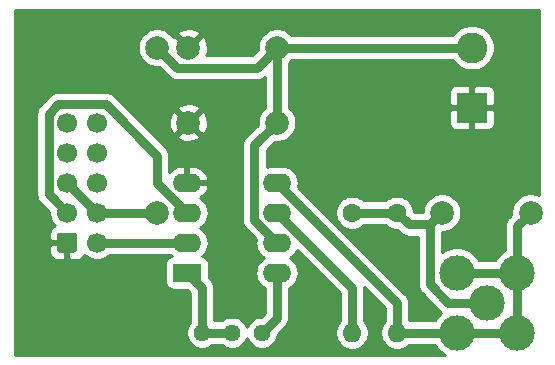
<source format=gbr>
%TF.GenerationSoftware,KiCad,Pcbnew,(5.1.9)-1*%
%TF.CreationDate,2021-11-14T18:32:37+07:00*%
%TF.ProjectId,Pressure Sensor Preamp,50726573-7375-4726-9520-53656e736f72,rev?*%
%TF.SameCoordinates,Original*%
%TF.FileFunction,Copper,L1,Top*%
%TF.FilePolarity,Positive*%
%FSLAX46Y46*%
G04 Gerber Fmt 4.6, Leading zero omitted, Abs format (unit mm)*
G04 Created by KiCad (PCBNEW (5.1.9)-1) date 2021-11-14 18:32:37*
%MOMM*%
%LPD*%
G01*
G04 APERTURE LIST*
%TA.AperFunction,ComponentPad*%
%ADD10C,2.600000*%
%TD*%
%TA.AperFunction,ComponentPad*%
%ADD11R,2.600000X2.600000*%
%TD*%
%TA.AperFunction,ComponentPad*%
%ADD12C,1.700000*%
%TD*%
%TA.AperFunction,ComponentPad*%
%ADD13O,2.400000X1.600000*%
%TD*%
%TA.AperFunction,ComponentPad*%
%ADD14R,2.400000X1.600000*%
%TD*%
%TA.AperFunction,ComponentPad*%
%ADD15C,1.440000*%
%TD*%
%TA.AperFunction,ComponentPad*%
%ADD16O,1.600000X1.600000*%
%TD*%
%TA.AperFunction,ComponentPad*%
%ADD17C,1.600000*%
%TD*%
%TA.AperFunction,ComponentPad*%
%ADD18C,3.000000*%
%TD*%
%TA.AperFunction,ComponentPad*%
%ADD19C,2.000000*%
%TD*%
%TA.AperFunction,ViaPad*%
%ADD20C,2.000000*%
%TD*%
%TA.AperFunction,Conductor*%
%ADD21C,0.800000*%
%TD*%
%TA.AperFunction,Conductor*%
%ADD22C,0.254000*%
%TD*%
%TA.AperFunction,Conductor*%
%ADD23C,0.100000*%
%TD*%
G04 APERTURE END LIST*
D10*
%TO.P,J2,2*%
%TO.N,+5V*%
X125730000Y-110490000D03*
D11*
%TO.P,J2,1*%
%TO.N,GND*%
X125730000Y-115570000D03*
%TD*%
D12*
%TO.P,J1,10*%
%TO.N,Net-(J1-Pad10)*%
X93980000Y-116840000D03*
%TO.P,J1,8*%
%TO.N,Net-(J1-Pad8)*%
X93980000Y-119380000D03*
%TO.P,J1,6*%
%TO.N,Net-(J1-Pad6)*%
X93980000Y-121920000D03*
%TO.P,J1,4*%
%TO.N,+5V*%
X93980000Y-124460000D03*
%TO.P,J1,2*%
%TO.N,-OUT*%
X93980000Y-127000000D03*
%TO.P,J1,9*%
%TO.N,Net-(J1-Pad9)*%
X91440000Y-116840000D03*
%TO.P,J1,7*%
%TO.N,Net-(J1-Pad7)*%
X91440000Y-119380000D03*
%TO.P,J1,5*%
%TO.N,+5V*%
X91440000Y-121920000D03*
%TO.P,J1,3*%
%TO.N,+OUT*%
X91440000Y-124460000D03*
%TO.P,J1,1*%
%TO.N,GND*%
%TA.AperFunction,ComponentPad*%
G36*
G01*
X90590000Y-127600000D02*
X90590000Y-126400000D01*
G75*
G02*
X90840000Y-126150000I250000J0D01*
G01*
X92040000Y-126150000D01*
G75*
G02*
X92290000Y-126400000I0J-250000D01*
G01*
X92290000Y-127600000D01*
G75*
G02*
X92040000Y-127850000I-250000J0D01*
G01*
X90840000Y-127850000D01*
G75*
G02*
X90590000Y-127600000I0J250000D01*
G01*
G37*
%TD.AperFunction*%
%TD*%
D13*
%TO.P,U1,8*%
%TO.N,Net-(RV1-Pad3)*%
X109220000Y-129540000D03*
%TO.P,U1,4*%
%TO.N,GND*%
X101600000Y-121920000D03*
%TO.P,U1,7*%
%TO.N,+5V*%
X109220000Y-127000000D03*
%TO.P,U1,3*%
%TO.N,+OUT*%
X101600000Y-124460000D03*
%TO.P,U1,6*%
%TO.N,Net-(R1-Pad2)*%
X109220000Y-124460000D03*
%TO.P,U1,2*%
%TO.N,-OUT*%
X101600000Y-127000000D03*
%TO.P,U1,5*%
%TO.N,GNDA*%
X109220000Y-121920000D03*
D14*
%TO.P,U1,1*%
%TO.N,Net-(RV1-Pad1)*%
X101600000Y-129540000D03*
%TD*%
D15*
%TO.P,RV1,3*%
%TO.N,Net-(RV1-Pad3)*%
X107950000Y-134620000D03*
%TO.P,RV1,2*%
%TO.N,Net-(RV1-Pad1)*%
X105410000Y-134620000D03*
%TO.P,RV1,1*%
X102870000Y-134620000D03*
%TD*%
D16*
%TO.P,R2,2*%
%TO.N,GNDA*%
X119380000Y-134620000D03*
D17*
%TO.P,R2,1*%
%TO.N,Net-(C3-Pad1)*%
X119380000Y-124460000D03*
%TD*%
D16*
%TO.P,R1,2*%
%TO.N,Net-(R1-Pad2)*%
X115570000Y-134620000D03*
D17*
%TO.P,R1,1*%
%TO.N,Net-(C3-Pad1)*%
X115570000Y-124460000D03*
%TD*%
D18*
%TO.P,J3,2*%
%TO.N,GNDA*%
X124460000Y-129540000D03*
X124460000Y-134620000D03*
X129540000Y-134620000D03*
X129540000Y-129540000D03*
%TO.P,J3,1*%
%TO.N,Net-(C3-Pad1)*%
X127000000Y-132080000D03*
%TD*%
D19*
%TO.P,C3,2*%
%TO.N,GNDA*%
X130690000Y-124460000D03*
%TO.P,C3,1*%
%TO.N,Net-(C3-Pad1)*%
X123190000Y-124460000D03*
%TD*%
%TO.P,C2,2*%
%TO.N,+5V*%
X109220000Y-116840000D03*
%TO.P,C2,1*%
%TO.N,GND*%
X101720000Y-116840000D03*
%TD*%
%TO.P,C1,2*%
%TO.N,GND*%
X101720000Y-110490000D03*
%TO.P,C1,1*%
%TO.N,+5V*%
X109220000Y-110490000D03*
%TD*%
D20*
%TO.N,+5V*%
X99060000Y-124460000D03*
X99060000Y-110490000D03*
%TD*%
D21*
%TO.N,+5V*%
X125730000Y-110490000D02*
X109220000Y-110490000D01*
X109220000Y-110490000D02*
X109220000Y-116840000D01*
X100760001Y-112190001D02*
X107519999Y-112190001D01*
X107519999Y-112190001D02*
X109220000Y-110490000D01*
X99060000Y-110490000D02*
X100760001Y-112190001D01*
X93980000Y-124460000D02*
X99060000Y-124460000D01*
X107319990Y-125099990D02*
X109220000Y-127000000D01*
X107319990Y-118740010D02*
X107319990Y-125099990D01*
X109220000Y-116840000D02*
X107319990Y-118740010D01*
X93980000Y-124460000D02*
X91440000Y-121920000D01*
%TO.N,GNDA*%
X124460000Y-129540000D02*
X129540000Y-129540000D01*
X129540000Y-129540000D02*
X129540000Y-134620000D01*
X129540000Y-134620000D02*
X124460000Y-134620000D01*
X124460000Y-134620000D02*
X119380000Y-134620000D01*
X109220000Y-121938666D02*
X109220000Y-121920000D01*
X119380000Y-132098666D02*
X109220000Y-121938666D01*
X119380000Y-134620000D02*
X119380000Y-132098666D01*
X129540000Y-125610000D02*
X130690000Y-124460000D01*
X129540000Y-129540000D02*
X129540000Y-125610000D01*
%TO.N,Net-(R1-Pad2)*%
X115570000Y-130810000D02*
X109220000Y-124460000D01*
X115570000Y-134620000D02*
X115570000Y-130810000D01*
%TO.N,Net-(C3-Pad1)*%
X122190001Y-125459999D02*
X123190000Y-124460000D01*
X122190001Y-130526003D02*
X122190001Y-125459999D01*
X123743998Y-132080000D02*
X122190001Y-130526003D01*
X127000000Y-132080000D02*
X123743998Y-132080000D01*
X120379999Y-125459999D02*
X119380000Y-124460000D01*
X122190001Y-125459999D02*
X120379999Y-125459999D01*
X119380000Y-124460000D02*
X115570000Y-124460000D01*
%TO.N,-OUT*%
X93980000Y-127000000D02*
X101600000Y-127000000D01*
%TO.N,+OUT*%
X99060000Y-121920000D02*
X101600000Y-124460000D01*
X99060000Y-119625998D02*
X99060000Y-121920000D01*
X94724001Y-115289999D02*
X99060000Y-119625998D01*
X90695999Y-115289999D02*
X94724001Y-115289999D01*
X89889999Y-116095999D02*
X90695999Y-115289999D01*
X89889999Y-122909999D02*
X89889999Y-116095999D01*
X91440000Y-124460000D02*
X89889999Y-122909999D01*
%TO.N,Net-(RV1-Pad3)*%
X109220000Y-133350000D02*
X107950000Y-134620000D01*
X109220000Y-129540000D02*
X109220000Y-133350000D01*
%TO.N,Net-(RV1-Pad1)*%
X105410000Y-134620000D02*
X102870000Y-134620000D01*
X102870000Y-130810000D02*
X101600000Y-129540000D01*
X102870000Y-134620000D02*
X102870000Y-130810000D01*
%TD*%
D22*
%TO.N,GND*%
X131420001Y-122992665D02*
X131166912Y-122887832D01*
X130851033Y-122825000D01*
X130528967Y-122825000D01*
X130213088Y-122887832D01*
X129915537Y-123011082D01*
X129647748Y-123190013D01*
X129420013Y-123417748D01*
X129241082Y-123685537D01*
X129117832Y-123983088D01*
X129055000Y-124298967D01*
X129055000Y-124621033D01*
X129056702Y-124629588D01*
X128844092Y-124842198D01*
X128804605Y-124874604D01*
X128772198Y-124914092D01*
X128772197Y-124914093D01*
X128675266Y-125032203D01*
X128579160Y-125212007D01*
X128519977Y-125407105D01*
X128499994Y-125610000D01*
X128505001Y-125660838D01*
X128505000Y-127663822D01*
X128179017Y-127881637D01*
X127881637Y-128179017D01*
X127663822Y-128505000D01*
X126336178Y-128505000D01*
X126118363Y-128179017D01*
X125820983Y-127881637D01*
X125471302Y-127647988D01*
X125082756Y-127487047D01*
X124670279Y-127405000D01*
X124249721Y-127405000D01*
X123837244Y-127487047D01*
X123448698Y-127647988D01*
X123225001Y-127797457D01*
X123225001Y-126095000D01*
X123351033Y-126095000D01*
X123666912Y-126032168D01*
X123964463Y-125908918D01*
X124232252Y-125729987D01*
X124459987Y-125502252D01*
X124638918Y-125234463D01*
X124762168Y-124936912D01*
X124825000Y-124621033D01*
X124825000Y-124298967D01*
X124762168Y-123983088D01*
X124638918Y-123685537D01*
X124459987Y-123417748D01*
X124232252Y-123190013D01*
X123964463Y-123011082D01*
X123666912Y-122887832D01*
X123351033Y-122825000D01*
X123028967Y-122825000D01*
X122713088Y-122887832D01*
X122415537Y-123011082D01*
X122147748Y-123190013D01*
X121920013Y-123417748D01*
X121741082Y-123685537D01*
X121617832Y-123983088D01*
X121555000Y-124298967D01*
X121555000Y-124424999D01*
X120815000Y-124424999D01*
X120815000Y-124318665D01*
X120759853Y-124041426D01*
X120651680Y-123780273D01*
X120494637Y-123545241D01*
X120294759Y-123345363D01*
X120059727Y-123188320D01*
X119798574Y-123080147D01*
X119521335Y-123025000D01*
X119238665Y-123025000D01*
X118961426Y-123080147D01*
X118700273Y-123188320D01*
X118465241Y-123345363D01*
X118385604Y-123425000D01*
X116564396Y-123425000D01*
X116484759Y-123345363D01*
X116249727Y-123188320D01*
X115988574Y-123080147D01*
X115711335Y-123025000D01*
X115428665Y-123025000D01*
X115151426Y-123080147D01*
X114890273Y-123188320D01*
X114655241Y-123345363D01*
X114455363Y-123545241D01*
X114298320Y-123780273D01*
X114190147Y-124041426D01*
X114135000Y-124318665D01*
X114135000Y-124601335D01*
X114190147Y-124878574D01*
X114298320Y-125139727D01*
X114455363Y-125374759D01*
X114655241Y-125574637D01*
X114890273Y-125731680D01*
X115151426Y-125839853D01*
X115428665Y-125895000D01*
X115711335Y-125895000D01*
X115988574Y-125839853D01*
X116249727Y-125731680D01*
X116484759Y-125574637D01*
X116564396Y-125495000D01*
X118385604Y-125495000D01*
X118465241Y-125574637D01*
X118700273Y-125731680D01*
X118961426Y-125839853D01*
X119238665Y-125895000D01*
X119351289Y-125895000D01*
X119612196Y-126155907D01*
X119644603Y-126195395D01*
X119684091Y-126227802D01*
X119802201Y-126324733D01*
X119898308Y-126376103D01*
X119982006Y-126420840D01*
X120177104Y-126480023D01*
X120329161Y-126494999D01*
X120329170Y-126494999D01*
X120379998Y-126500005D01*
X120430826Y-126494999D01*
X121155002Y-126494999D01*
X121155001Y-130475175D01*
X121149995Y-130526003D01*
X121155001Y-130576831D01*
X121155001Y-130576840D01*
X121169977Y-130728897D01*
X121229160Y-130923995D01*
X121325267Y-131103800D01*
X121454605Y-131261399D01*
X121494098Y-131293810D01*
X122976195Y-132775908D01*
X123008602Y-132815396D01*
X123048090Y-132847803D01*
X123147402Y-132929307D01*
X123099017Y-132961637D01*
X122801637Y-133259017D01*
X122583822Y-133585000D01*
X120415000Y-133585000D01*
X120415000Y-132149501D01*
X120420007Y-132098666D01*
X120415000Y-132047828D01*
X120400024Y-131895771D01*
X120340841Y-131700673D01*
X120275166Y-131577803D01*
X120244734Y-131520868D01*
X120147803Y-131402758D01*
X120115396Y-131363270D01*
X120075908Y-131330863D01*
X111013782Y-122268738D01*
X111034236Y-122201309D01*
X111061943Y-121920000D01*
X111034236Y-121638691D01*
X110952182Y-121368192D01*
X110818932Y-121118899D01*
X110639608Y-120900392D01*
X110421101Y-120721068D01*
X110171808Y-120587818D01*
X109901309Y-120505764D01*
X109690492Y-120485000D01*
X108749508Y-120485000D01*
X108538691Y-120505764D01*
X108354990Y-120561488D01*
X108354990Y-119168720D01*
X109050412Y-118473298D01*
X109058967Y-118475000D01*
X109381033Y-118475000D01*
X109696912Y-118412168D01*
X109994463Y-118288918D01*
X110262252Y-118109987D01*
X110489987Y-117882252D01*
X110668918Y-117614463D01*
X110792168Y-117316912D01*
X110855000Y-117001033D01*
X110855000Y-116870000D01*
X123791928Y-116870000D01*
X123804188Y-116994482D01*
X123840498Y-117114180D01*
X123899463Y-117224494D01*
X123978815Y-117321185D01*
X124075506Y-117400537D01*
X124185820Y-117459502D01*
X124305518Y-117495812D01*
X124430000Y-117508072D01*
X125444250Y-117505000D01*
X125603000Y-117346250D01*
X125603000Y-115697000D01*
X125857000Y-115697000D01*
X125857000Y-117346250D01*
X126015750Y-117505000D01*
X127030000Y-117508072D01*
X127154482Y-117495812D01*
X127274180Y-117459502D01*
X127384494Y-117400537D01*
X127481185Y-117321185D01*
X127560537Y-117224494D01*
X127619502Y-117114180D01*
X127655812Y-116994482D01*
X127668072Y-116870000D01*
X127665000Y-115855750D01*
X127506250Y-115697000D01*
X125857000Y-115697000D01*
X125603000Y-115697000D01*
X123953750Y-115697000D01*
X123795000Y-115855750D01*
X123791928Y-116870000D01*
X110855000Y-116870000D01*
X110855000Y-116678967D01*
X110792168Y-116363088D01*
X110668918Y-116065537D01*
X110489987Y-115797748D01*
X110262252Y-115570013D01*
X110255000Y-115565167D01*
X110255000Y-114270000D01*
X123791928Y-114270000D01*
X123795000Y-115284250D01*
X123953750Y-115443000D01*
X125603000Y-115443000D01*
X125603000Y-113793750D01*
X125857000Y-113793750D01*
X125857000Y-115443000D01*
X127506250Y-115443000D01*
X127665000Y-115284250D01*
X127668072Y-114270000D01*
X127655812Y-114145518D01*
X127619502Y-114025820D01*
X127560537Y-113915506D01*
X127481185Y-113818815D01*
X127384494Y-113739463D01*
X127274180Y-113680498D01*
X127154482Y-113644188D01*
X127030000Y-113631928D01*
X126015750Y-113635000D01*
X125857000Y-113793750D01*
X125603000Y-113793750D01*
X125444250Y-113635000D01*
X124430000Y-113631928D01*
X124305518Y-113644188D01*
X124185820Y-113680498D01*
X124075506Y-113739463D01*
X123978815Y-113818815D01*
X123899463Y-113915506D01*
X123840498Y-114025820D01*
X123804188Y-114145518D01*
X123791928Y-114270000D01*
X110255000Y-114270000D01*
X110255000Y-111764833D01*
X110262252Y-111759987D01*
X110489987Y-111532252D01*
X110494833Y-111525000D01*
X124094360Y-111525000D01*
X124226987Y-111723491D01*
X124496509Y-111993013D01*
X124813434Y-112204775D01*
X125165581Y-112350639D01*
X125539419Y-112425000D01*
X125920581Y-112425000D01*
X126294419Y-112350639D01*
X126646566Y-112204775D01*
X126963491Y-111993013D01*
X127233013Y-111723491D01*
X127444775Y-111406566D01*
X127590639Y-111054419D01*
X127665000Y-110680581D01*
X127665000Y-110299419D01*
X127590639Y-109925581D01*
X127444775Y-109573434D01*
X127233013Y-109256509D01*
X126963491Y-108986987D01*
X126646566Y-108775225D01*
X126294419Y-108629361D01*
X125920581Y-108555000D01*
X125539419Y-108555000D01*
X125165581Y-108629361D01*
X124813434Y-108775225D01*
X124496509Y-108986987D01*
X124226987Y-109256509D01*
X124094360Y-109455000D01*
X110494833Y-109455000D01*
X110489987Y-109447748D01*
X110262252Y-109220013D01*
X109994463Y-109041082D01*
X109696912Y-108917832D01*
X109381033Y-108855000D01*
X109058967Y-108855000D01*
X108743088Y-108917832D01*
X108445537Y-109041082D01*
X108177748Y-109220013D01*
X107950013Y-109447748D01*
X107771082Y-109715537D01*
X107647832Y-110013088D01*
X107585000Y-110328967D01*
X107585000Y-110651033D01*
X107586702Y-110659588D01*
X107091289Y-111155001D01*
X103214697Y-111155001D01*
X103260704Y-111060429D01*
X103342384Y-110748892D01*
X103361718Y-110427405D01*
X103317961Y-110108325D01*
X103212795Y-109803912D01*
X103119814Y-109629956D01*
X102855413Y-109534192D01*
X101899605Y-110490000D01*
X101913748Y-110504143D01*
X101734143Y-110683748D01*
X101720000Y-110669605D01*
X101705858Y-110683748D01*
X101526253Y-110504143D01*
X101540395Y-110490000D01*
X100584587Y-109534192D01*
X100426102Y-109591594D01*
X100329987Y-109447748D01*
X100236826Y-109354587D01*
X100764192Y-109354587D01*
X101720000Y-110310395D01*
X102675808Y-109354587D01*
X102580044Y-109090186D01*
X102290429Y-108949296D01*
X101978892Y-108867616D01*
X101657405Y-108848282D01*
X101338325Y-108892039D01*
X101033912Y-108997205D01*
X100859956Y-109090186D01*
X100764192Y-109354587D01*
X100236826Y-109354587D01*
X100102252Y-109220013D01*
X99834463Y-109041082D01*
X99536912Y-108917832D01*
X99221033Y-108855000D01*
X98898967Y-108855000D01*
X98583088Y-108917832D01*
X98285537Y-109041082D01*
X98017748Y-109220013D01*
X97790013Y-109447748D01*
X97611082Y-109715537D01*
X97487832Y-110013088D01*
X97425000Y-110328967D01*
X97425000Y-110651033D01*
X97487832Y-110966912D01*
X97611082Y-111264463D01*
X97790013Y-111532252D01*
X98017748Y-111759987D01*
X98285537Y-111938918D01*
X98583088Y-112062168D01*
X98898967Y-112125000D01*
X99221033Y-112125000D01*
X99229588Y-112123298D01*
X99992198Y-112885909D01*
X100024605Y-112925397D01*
X100182204Y-113054735D01*
X100362008Y-113150842D01*
X100557106Y-113210025D01*
X100709163Y-113225001D01*
X100709172Y-113225001D01*
X100760000Y-113230007D01*
X100810828Y-113225001D01*
X107469171Y-113225001D01*
X107519999Y-113230007D01*
X107570827Y-113225001D01*
X107570837Y-113225001D01*
X107722894Y-113210025D01*
X107917992Y-113150842D01*
X108097796Y-113054735D01*
X108185000Y-112983168D01*
X108185001Y-115565167D01*
X108177748Y-115570013D01*
X107950013Y-115797748D01*
X107771082Y-116065537D01*
X107647832Y-116363088D01*
X107585000Y-116678967D01*
X107585000Y-117001033D01*
X107586702Y-117009588D01*
X106624087Y-117972203D01*
X106584594Y-118004614D01*
X106455256Y-118162213D01*
X106359149Y-118342018D01*
X106299966Y-118537116D01*
X106284990Y-118689173D01*
X106284990Y-118689182D01*
X106279984Y-118740010D01*
X106284990Y-118790838D01*
X106284991Y-125049152D01*
X106279984Y-125099990D01*
X106299967Y-125302885D01*
X106359150Y-125497983D01*
X106455256Y-125677787D01*
X106535850Y-125775990D01*
X106584595Y-125835386D01*
X106624082Y-125867792D01*
X107421874Y-126665584D01*
X107405764Y-126718691D01*
X107378057Y-127000000D01*
X107405764Y-127281309D01*
X107487818Y-127551808D01*
X107621068Y-127801101D01*
X107800392Y-128019608D01*
X108018899Y-128198932D01*
X108151858Y-128270000D01*
X108018899Y-128341068D01*
X107800392Y-128520392D01*
X107621068Y-128738899D01*
X107487818Y-128988192D01*
X107405764Y-129258691D01*
X107378057Y-129540000D01*
X107405764Y-129821309D01*
X107487818Y-130091808D01*
X107621068Y-130341101D01*
X107800392Y-130559608D01*
X108018899Y-130738932D01*
X108185000Y-130827715D01*
X108185001Y-132921288D01*
X107841290Y-133265000D01*
X107816544Y-133265000D01*
X107554761Y-133317072D01*
X107308167Y-133419215D01*
X107086238Y-133567503D01*
X106897503Y-133756238D01*
X106749215Y-133978167D01*
X106680000Y-134145266D01*
X106610785Y-133978167D01*
X106462497Y-133756238D01*
X106273762Y-133567503D01*
X106051833Y-133419215D01*
X105805239Y-133317072D01*
X105543456Y-133265000D01*
X105276544Y-133265000D01*
X105014761Y-133317072D01*
X104768167Y-133419215D01*
X104546238Y-133567503D01*
X104528741Y-133585000D01*
X103905000Y-133585000D01*
X103905000Y-130860827D01*
X103910006Y-130809999D01*
X103905000Y-130759171D01*
X103905000Y-130759162D01*
X103890024Y-130607105D01*
X103830841Y-130412007D01*
X103736714Y-130235907D01*
X103734734Y-130232202D01*
X103637803Y-130114092D01*
X103605396Y-130074604D01*
X103565908Y-130042197D01*
X103438072Y-129914361D01*
X103438072Y-128740000D01*
X103425812Y-128615518D01*
X103389502Y-128495820D01*
X103330537Y-128385506D01*
X103251185Y-128288815D01*
X103154494Y-128209463D01*
X103044180Y-128150498D01*
X102924482Y-128114188D01*
X102906518Y-128112419D01*
X103019608Y-128019608D01*
X103198932Y-127801101D01*
X103332182Y-127551808D01*
X103414236Y-127281309D01*
X103441943Y-127000000D01*
X103414236Y-126718691D01*
X103332182Y-126448192D01*
X103198932Y-126198899D01*
X103019608Y-125980392D01*
X102801101Y-125801068D01*
X102668142Y-125730000D01*
X102801101Y-125658932D01*
X103019608Y-125479608D01*
X103198932Y-125261101D01*
X103332182Y-125011808D01*
X103414236Y-124741309D01*
X103441943Y-124460000D01*
X103414236Y-124178691D01*
X103332182Y-123908192D01*
X103198932Y-123658899D01*
X103019608Y-123440392D01*
X102801101Y-123261068D01*
X102673259Y-123192735D01*
X102902839Y-123042601D01*
X103104500Y-122844895D01*
X103263715Y-122611646D01*
X103374367Y-122351818D01*
X103391904Y-122269039D01*
X103269915Y-122047000D01*
X101727000Y-122047000D01*
X101727000Y-122067000D01*
X101473000Y-122067000D01*
X101473000Y-122047000D01*
X101453000Y-122047000D01*
X101453000Y-121793000D01*
X101473000Y-121793000D01*
X101473000Y-120485000D01*
X101727000Y-120485000D01*
X101727000Y-121793000D01*
X103269915Y-121793000D01*
X103391904Y-121570961D01*
X103374367Y-121488182D01*
X103263715Y-121228354D01*
X103104500Y-120995105D01*
X102902839Y-120797399D01*
X102666483Y-120642834D01*
X102404514Y-120537350D01*
X102127000Y-120485000D01*
X101727000Y-120485000D01*
X101473000Y-120485000D01*
X101073000Y-120485000D01*
X100795486Y-120537350D01*
X100533517Y-120642834D01*
X100297161Y-120797399D01*
X100095500Y-120995105D01*
X100095000Y-120995837D01*
X100095000Y-119676833D01*
X100100007Y-119625998D01*
X100095000Y-119575160D01*
X100080024Y-119423103D01*
X100022581Y-119233740D01*
X100020841Y-119228004D01*
X99924734Y-119048200D01*
X99827803Y-118930090D01*
X99795396Y-118890602D01*
X99755908Y-118858195D01*
X98873126Y-117975413D01*
X100764192Y-117975413D01*
X100859956Y-118239814D01*
X101149571Y-118380704D01*
X101461108Y-118462384D01*
X101782595Y-118481718D01*
X102101675Y-118437961D01*
X102406088Y-118332795D01*
X102580044Y-118239814D01*
X102675808Y-117975413D01*
X101720000Y-117019605D01*
X100764192Y-117975413D01*
X98873126Y-117975413D01*
X97800308Y-116902595D01*
X100078282Y-116902595D01*
X100122039Y-117221675D01*
X100227205Y-117526088D01*
X100320186Y-117700044D01*
X100584587Y-117795808D01*
X101540395Y-116840000D01*
X101899605Y-116840000D01*
X102855413Y-117795808D01*
X103119814Y-117700044D01*
X103260704Y-117410429D01*
X103342384Y-117098892D01*
X103361718Y-116777405D01*
X103317961Y-116458325D01*
X103212795Y-116153912D01*
X103119814Y-115979956D01*
X102855413Y-115884192D01*
X101899605Y-116840000D01*
X101540395Y-116840000D01*
X100584587Y-115884192D01*
X100320186Y-115979956D01*
X100179296Y-116269571D01*
X100097616Y-116581108D01*
X100078282Y-116902595D01*
X97800308Y-116902595D01*
X96602300Y-115704587D01*
X100764192Y-115704587D01*
X101720000Y-116660395D01*
X102675808Y-115704587D01*
X102580044Y-115440186D01*
X102290429Y-115299296D01*
X101978892Y-115217616D01*
X101657405Y-115198282D01*
X101338325Y-115242039D01*
X101033912Y-115347205D01*
X100859956Y-115440186D01*
X100764192Y-115704587D01*
X96602300Y-115704587D01*
X95491808Y-114594096D01*
X95459397Y-114554603D01*
X95301798Y-114425265D01*
X95121994Y-114329158D01*
X94926896Y-114269975D01*
X94774839Y-114254999D01*
X94774829Y-114254999D01*
X94724001Y-114249993D01*
X94673173Y-114254999D01*
X90746826Y-114254999D01*
X90695998Y-114249993D01*
X90645170Y-114254999D01*
X90645161Y-114254999D01*
X90493104Y-114269975D01*
X90298006Y-114329158D01*
X90214308Y-114373895D01*
X90118201Y-114425265D01*
X90000091Y-114522196D01*
X89960603Y-114554603D01*
X89928196Y-114594091D01*
X89194091Y-115328197D01*
X89154604Y-115360603D01*
X89122197Y-115400091D01*
X89122196Y-115400092D01*
X89025265Y-115518202D01*
X88929159Y-115698006D01*
X88869976Y-115893104D01*
X88849993Y-116095999D01*
X88855000Y-116146837D01*
X88854999Y-122859171D01*
X88849993Y-122909999D01*
X88854999Y-122960827D01*
X88854999Y-122960836D01*
X88869975Y-123112893D01*
X88929158Y-123307991D01*
X89025265Y-123487796D01*
X89154603Y-123645395D01*
X89194096Y-123677806D01*
X89955000Y-124438711D01*
X89955000Y-124606260D01*
X90012068Y-124893158D01*
X90124010Y-125163411D01*
X90286525Y-125406632D01*
X90418380Y-125538487D01*
X90345820Y-125560498D01*
X90235506Y-125619463D01*
X90138815Y-125698815D01*
X90059463Y-125795506D01*
X90000498Y-125905820D01*
X89964188Y-126025518D01*
X89951928Y-126150000D01*
X89955000Y-126714250D01*
X90113750Y-126873000D01*
X91313000Y-126873000D01*
X91313000Y-126853000D01*
X91567000Y-126853000D01*
X91567000Y-126873000D01*
X91587000Y-126873000D01*
X91587000Y-127127000D01*
X91567000Y-127127000D01*
X91567000Y-128326250D01*
X91725750Y-128485000D01*
X92290000Y-128488072D01*
X92414482Y-128475812D01*
X92534180Y-128439502D01*
X92644494Y-128380537D01*
X92741185Y-128301185D01*
X92820537Y-128204494D01*
X92879502Y-128094180D01*
X92901513Y-128021620D01*
X93033368Y-128153475D01*
X93276589Y-128315990D01*
X93546842Y-128427932D01*
X93833740Y-128485000D01*
X94126260Y-128485000D01*
X94413158Y-128427932D01*
X94683411Y-128315990D01*
X94926632Y-128153475D01*
X95045107Y-128035000D01*
X100199147Y-128035000D01*
X100293482Y-128112419D01*
X100275518Y-128114188D01*
X100155820Y-128150498D01*
X100045506Y-128209463D01*
X99948815Y-128288815D01*
X99869463Y-128385506D01*
X99810498Y-128495820D01*
X99774188Y-128615518D01*
X99761928Y-128740000D01*
X99761928Y-130340000D01*
X99774188Y-130464482D01*
X99810498Y-130584180D01*
X99869463Y-130694494D01*
X99948815Y-130791185D01*
X100045506Y-130870537D01*
X100155820Y-130929502D01*
X100275518Y-130965812D01*
X100400000Y-130978072D01*
X101574361Y-130978072D01*
X101835001Y-131238712D01*
X101835000Y-133738741D01*
X101817503Y-133756238D01*
X101669215Y-133978167D01*
X101567072Y-134224761D01*
X101515000Y-134486544D01*
X101515000Y-134753456D01*
X101567072Y-135015239D01*
X101669215Y-135261833D01*
X101817503Y-135483762D01*
X102006238Y-135672497D01*
X102228167Y-135820785D01*
X102474761Y-135922928D01*
X102736544Y-135975000D01*
X103003456Y-135975000D01*
X103265239Y-135922928D01*
X103511833Y-135820785D01*
X103733762Y-135672497D01*
X103751259Y-135655000D01*
X104528741Y-135655000D01*
X104546238Y-135672497D01*
X104768167Y-135820785D01*
X105014761Y-135922928D01*
X105276544Y-135975000D01*
X105543456Y-135975000D01*
X105805239Y-135922928D01*
X106051833Y-135820785D01*
X106273762Y-135672497D01*
X106462497Y-135483762D01*
X106610785Y-135261833D01*
X106680000Y-135094734D01*
X106749215Y-135261833D01*
X106897503Y-135483762D01*
X107086238Y-135672497D01*
X107308167Y-135820785D01*
X107554761Y-135922928D01*
X107816544Y-135975000D01*
X108083456Y-135975000D01*
X108345239Y-135922928D01*
X108591833Y-135820785D01*
X108813762Y-135672497D01*
X109002497Y-135483762D01*
X109150785Y-135261833D01*
X109252928Y-135015239D01*
X109305000Y-134753456D01*
X109305000Y-134728710D01*
X109915908Y-134117803D01*
X109955396Y-134085396D01*
X109990844Y-134042203D01*
X110084734Y-133927798D01*
X110176434Y-133756238D01*
X110180841Y-133747993D01*
X110240024Y-133552895D01*
X110255000Y-133400838D01*
X110255000Y-133400829D01*
X110260006Y-133350001D01*
X110255000Y-133299173D01*
X110255000Y-130827715D01*
X110421101Y-130738932D01*
X110639608Y-130559608D01*
X110818932Y-130341101D01*
X110952182Y-130091808D01*
X111034236Y-129821309D01*
X111061943Y-129540000D01*
X111034236Y-129258691D01*
X110952182Y-128988192D01*
X110818932Y-128738899D01*
X110639608Y-128520392D01*
X110421101Y-128341068D01*
X110288142Y-128270000D01*
X110421101Y-128198932D01*
X110639608Y-128019608D01*
X110818932Y-127801101D01*
X110915927Y-127619637D01*
X114535001Y-131238712D01*
X114535000Y-133625604D01*
X114455363Y-133705241D01*
X114298320Y-133940273D01*
X114190147Y-134201426D01*
X114135000Y-134478665D01*
X114135000Y-134761335D01*
X114190147Y-135038574D01*
X114298320Y-135299727D01*
X114455363Y-135534759D01*
X114655241Y-135734637D01*
X114890273Y-135891680D01*
X115151426Y-135999853D01*
X115428665Y-136055000D01*
X115711335Y-136055000D01*
X115988574Y-135999853D01*
X116249727Y-135891680D01*
X116484759Y-135734637D01*
X116684637Y-135534759D01*
X116841680Y-135299727D01*
X116949853Y-135038574D01*
X117005000Y-134761335D01*
X117005000Y-134478665D01*
X116949853Y-134201426D01*
X116841680Y-133940273D01*
X116684637Y-133705241D01*
X116605000Y-133625604D01*
X116605000Y-130860827D01*
X116610006Y-130809999D01*
X116608081Y-130790458D01*
X118345001Y-132527378D01*
X118345000Y-133625604D01*
X118265363Y-133705241D01*
X118108320Y-133940273D01*
X118000147Y-134201426D01*
X117945000Y-134478665D01*
X117945000Y-134761335D01*
X118000147Y-135038574D01*
X118108320Y-135299727D01*
X118265363Y-135534759D01*
X118465241Y-135734637D01*
X118700273Y-135891680D01*
X118961426Y-135999853D01*
X119238665Y-136055000D01*
X119521335Y-136055000D01*
X119798574Y-135999853D01*
X120059727Y-135891680D01*
X120294759Y-135734637D01*
X120374396Y-135655000D01*
X122583822Y-135655000D01*
X122801637Y-135980983D01*
X123099017Y-136278363D01*
X123430721Y-136500000D01*
X87020000Y-136500000D01*
X87020000Y-127850000D01*
X89951928Y-127850000D01*
X89964188Y-127974482D01*
X90000498Y-128094180D01*
X90059463Y-128204494D01*
X90138815Y-128301185D01*
X90235506Y-128380537D01*
X90345820Y-128439502D01*
X90465518Y-128475812D01*
X90590000Y-128488072D01*
X91154250Y-128485000D01*
X91313000Y-128326250D01*
X91313000Y-127127000D01*
X90113750Y-127127000D01*
X89955000Y-127285750D01*
X89951928Y-127850000D01*
X87020000Y-127850000D01*
X87020000Y-107340000D01*
X131420000Y-107340000D01*
X131420001Y-122992665D01*
%TA.AperFunction,Conductor*%
D23*
G36*
X131420001Y-122992665D02*
G01*
X131166912Y-122887832D01*
X130851033Y-122825000D01*
X130528967Y-122825000D01*
X130213088Y-122887832D01*
X129915537Y-123011082D01*
X129647748Y-123190013D01*
X129420013Y-123417748D01*
X129241082Y-123685537D01*
X129117832Y-123983088D01*
X129055000Y-124298967D01*
X129055000Y-124621033D01*
X129056702Y-124629588D01*
X128844092Y-124842198D01*
X128804605Y-124874604D01*
X128772198Y-124914092D01*
X128772197Y-124914093D01*
X128675266Y-125032203D01*
X128579160Y-125212007D01*
X128519977Y-125407105D01*
X128499994Y-125610000D01*
X128505001Y-125660838D01*
X128505000Y-127663822D01*
X128179017Y-127881637D01*
X127881637Y-128179017D01*
X127663822Y-128505000D01*
X126336178Y-128505000D01*
X126118363Y-128179017D01*
X125820983Y-127881637D01*
X125471302Y-127647988D01*
X125082756Y-127487047D01*
X124670279Y-127405000D01*
X124249721Y-127405000D01*
X123837244Y-127487047D01*
X123448698Y-127647988D01*
X123225001Y-127797457D01*
X123225001Y-126095000D01*
X123351033Y-126095000D01*
X123666912Y-126032168D01*
X123964463Y-125908918D01*
X124232252Y-125729987D01*
X124459987Y-125502252D01*
X124638918Y-125234463D01*
X124762168Y-124936912D01*
X124825000Y-124621033D01*
X124825000Y-124298967D01*
X124762168Y-123983088D01*
X124638918Y-123685537D01*
X124459987Y-123417748D01*
X124232252Y-123190013D01*
X123964463Y-123011082D01*
X123666912Y-122887832D01*
X123351033Y-122825000D01*
X123028967Y-122825000D01*
X122713088Y-122887832D01*
X122415537Y-123011082D01*
X122147748Y-123190013D01*
X121920013Y-123417748D01*
X121741082Y-123685537D01*
X121617832Y-123983088D01*
X121555000Y-124298967D01*
X121555000Y-124424999D01*
X120815000Y-124424999D01*
X120815000Y-124318665D01*
X120759853Y-124041426D01*
X120651680Y-123780273D01*
X120494637Y-123545241D01*
X120294759Y-123345363D01*
X120059727Y-123188320D01*
X119798574Y-123080147D01*
X119521335Y-123025000D01*
X119238665Y-123025000D01*
X118961426Y-123080147D01*
X118700273Y-123188320D01*
X118465241Y-123345363D01*
X118385604Y-123425000D01*
X116564396Y-123425000D01*
X116484759Y-123345363D01*
X116249727Y-123188320D01*
X115988574Y-123080147D01*
X115711335Y-123025000D01*
X115428665Y-123025000D01*
X115151426Y-123080147D01*
X114890273Y-123188320D01*
X114655241Y-123345363D01*
X114455363Y-123545241D01*
X114298320Y-123780273D01*
X114190147Y-124041426D01*
X114135000Y-124318665D01*
X114135000Y-124601335D01*
X114190147Y-124878574D01*
X114298320Y-125139727D01*
X114455363Y-125374759D01*
X114655241Y-125574637D01*
X114890273Y-125731680D01*
X115151426Y-125839853D01*
X115428665Y-125895000D01*
X115711335Y-125895000D01*
X115988574Y-125839853D01*
X116249727Y-125731680D01*
X116484759Y-125574637D01*
X116564396Y-125495000D01*
X118385604Y-125495000D01*
X118465241Y-125574637D01*
X118700273Y-125731680D01*
X118961426Y-125839853D01*
X119238665Y-125895000D01*
X119351289Y-125895000D01*
X119612196Y-126155907D01*
X119644603Y-126195395D01*
X119684091Y-126227802D01*
X119802201Y-126324733D01*
X119898308Y-126376103D01*
X119982006Y-126420840D01*
X120177104Y-126480023D01*
X120329161Y-126494999D01*
X120329170Y-126494999D01*
X120379998Y-126500005D01*
X120430826Y-126494999D01*
X121155002Y-126494999D01*
X121155001Y-130475175D01*
X121149995Y-130526003D01*
X121155001Y-130576831D01*
X121155001Y-130576840D01*
X121169977Y-130728897D01*
X121229160Y-130923995D01*
X121325267Y-131103800D01*
X121454605Y-131261399D01*
X121494098Y-131293810D01*
X122976195Y-132775908D01*
X123008602Y-132815396D01*
X123048090Y-132847803D01*
X123147402Y-132929307D01*
X123099017Y-132961637D01*
X122801637Y-133259017D01*
X122583822Y-133585000D01*
X120415000Y-133585000D01*
X120415000Y-132149501D01*
X120420007Y-132098666D01*
X120415000Y-132047828D01*
X120400024Y-131895771D01*
X120340841Y-131700673D01*
X120275166Y-131577803D01*
X120244734Y-131520868D01*
X120147803Y-131402758D01*
X120115396Y-131363270D01*
X120075908Y-131330863D01*
X111013782Y-122268738D01*
X111034236Y-122201309D01*
X111061943Y-121920000D01*
X111034236Y-121638691D01*
X110952182Y-121368192D01*
X110818932Y-121118899D01*
X110639608Y-120900392D01*
X110421101Y-120721068D01*
X110171808Y-120587818D01*
X109901309Y-120505764D01*
X109690492Y-120485000D01*
X108749508Y-120485000D01*
X108538691Y-120505764D01*
X108354990Y-120561488D01*
X108354990Y-119168720D01*
X109050412Y-118473298D01*
X109058967Y-118475000D01*
X109381033Y-118475000D01*
X109696912Y-118412168D01*
X109994463Y-118288918D01*
X110262252Y-118109987D01*
X110489987Y-117882252D01*
X110668918Y-117614463D01*
X110792168Y-117316912D01*
X110855000Y-117001033D01*
X110855000Y-116870000D01*
X123791928Y-116870000D01*
X123804188Y-116994482D01*
X123840498Y-117114180D01*
X123899463Y-117224494D01*
X123978815Y-117321185D01*
X124075506Y-117400537D01*
X124185820Y-117459502D01*
X124305518Y-117495812D01*
X124430000Y-117508072D01*
X125444250Y-117505000D01*
X125603000Y-117346250D01*
X125603000Y-115697000D01*
X125857000Y-115697000D01*
X125857000Y-117346250D01*
X126015750Y-117505000D01*
X127030000Y-117508072D01*
X127154482Y-117495812D01*
X127274180Y-117459502D01*
X127384494Y-117400537D01*
X127481185Y-117321185D01*
X127560537Y-117224494D01*
X127619502Y-117114180D01*
X127655812Y-116994482D01*
X127668072Y-116870000D01*
X127665000Y-115855750D01*
X127506250Y-115697000D01*
X125857000Y-115697000D01*
X125603000Y-115697000D01*
X123953750Y-115697000D01*
X123795000Y-115855750D01*
X123791928Y-116870000D01*
X110855000Y-116870000D01*
X110855000Y-116678967D01*
X110792168Y-116363088D01*
X110668918Y-116065537D01*
X110489987Y-115797748D01*
X110262252Y-115570013D01*
X110255000Y-115565167D01*
X110255000Y-114270000D01*
X123791928Y-114270000D01*
X123795000Y-115284250D01*
X123953750Y-115443000D01*
X125603000Y-115443000D01*
X125603000Y-113793750D01*
X125857000Y-113793750D01*
X125857000Y-115443000D01*
X127506250Y-115443000D01*
X127665000Y-115284250D01*
X127668072Y-114270000D01*
X127655812Y-114145518D01*
X127619502Y-114025820D01*
X127560537Y-113915506D01*
X127481185Y-113818815D01*
X127384494Y-113739463D01*
X127274180Y-113680498D01*
X127154482Y-113644188D01*
X127030000Y-113631928D01*
X126015750Y-113635000D01*
X125857000Y-113793750D01*
X125603000Y-113793750D01*
X125444250Y-113635000D01*
X124430000Y-113631928D01*
X124305518Y-113644188D01*
X124185820Y-113680498D01*
X124075506Y-113739463D01*
X123978815Y-113818815D01*
X123899463Y-113915506D01*
X123840498Y-114025820D01*
X123804188Y-114145518D01*
X123791928Y-114270000D01*
X110255000Y-114270000D01*
X110255000Y-111764833D01*
X110262252Y-111759987D01*
X110489987Y-111532252D01*
X110494833Y-111525000D01*
X124094360Y-111525000D01*
X124226987Y-111723491D01*
X124496509Y-111993013D01*
X124813434Y-112204775D01*
X125165581Y-112350639D01*
X125539419Y-112425000D01*
X125920581Y-112425000D01*
X126294419Y-112350639D01*
X126646566Y-112204775D01*
X126963491Y-111993013D01*
X127233013Y-111723491D01*
X127444775Y-111406566D01*
X127590639Y-111054419D01*
X127665000Y-110680581D01*
X127665000Y-110299419D01*
X127590639Y-109925581D01*
X127444775Y-109573434D01*
X127233013Y-109256509D01*
X126963491Y-108986987D01*
X126646566Y-108775225D01*
X126294419Y-108629361D01*
X125920581Y-108555000D01*
X125539419Y-108555000D01*
X125165581Y-108629361D01*
X124813434Y-108775225D01*
X124496509Y-108986987D01*
X124226987Y-109256509D01*
X124094360Y-109455000D01*
X110494833Y-109455000D01*
X110489987Y-109447748D01*
X110262252Y-109220013D01*
X109994463Y-109041082D01*
X109696912Y-108917832D01*
X109381033Y-108855000D01*
X109058967Y-108855000D01*
X108743088Y-108917832D01*
X108445537Y-109041082D01*
X108177748Y-109220013D01*
X107950013Y-109447748D01*
X107771082Y-109715537D01*
X107647832Y-110013088D01*
X107585000Y-110328967D01*
X107585000Y-110651033D01*
X107586702Y-110659588D01*
X107091289Y-111155001D01*
X103214697Y-111155001D01*
X103260704Y-111060429D01*
X103342384Y-110748892D01*
X103361718Y-110427405D01*
X103317961Y-110108325D01*
X103212795Y-109803912D01*
X103119814Y-109629956D01*
X102855413Y-109534192D01*
X101899605Y-110490000D01*
X101913748Y-110504143D01*
X101734143Y-110683748D01*
X101720000Y-110669605D01*
X101705858Y-110683748D01*
X101526253Y-110504143D01*
X101540395Y-110490000D01*
X100584587Y-109534192D01*
X100426102Y-109591594D01*
X100329987Y-109447748D01*
X100236826Y-109354587D01*
X100764192Y-109354587D01*
X101720000Y-110310395D01*
X102675808Y-109354587D01*
X102580044Y-109090186D01*
X102290429Y-108949296D01*
X101978892Y-108867616D01*
X101657405Y-108848282D01*
X101338325Y-108892039D01*
X101033912Y-108997205D01*
X100859956Y-109090186D01*
X100764192Y-109354587D01*
X100236826Y-109354587D01*
X100102252Y-109220013D01*
X99834463Y-109041082D01*
X99536912Y-108917832D01*
X99221033Y-108855000D01*
X98898967Y-108855000D01*
X98583088Y-108917832D01*
X98285537Y-109041082D01*
X98017748Y-109220013D01*
X97790013Y-109447748D01*
X97611082Y-109715537D01*
X97487832Y-110013088D01*
X97425000Y-110328967D01*
X97425000Y-110651033D01*
X97487832Y-110966912D01*
X97611082Y-111264463D01*
X97790013Y-111532252D01*
X98017748Y-111759987D01*
X98285537Y-111938918D01*
X98583088Y-112062168D01*
X98898967Y-112125000D01*
X99221033Y-112125000D01*
X99229588Y-112123298D01*
X99992198Y-112885909D01*
X100024605Y-112925397D01*
X100182204Y-113054735D01*
X100362008Y-113150842D01*
X100557106Y-113210025D01*
X100709163Y-113225001D01*
X100709172Y-113225001D01*
X100760000Y-113230007D01*
X100810828Y-113225001D01*
X107469171Y-113225001D01*
X107519999Y-113230007D01*
X107570827Y-113225001D01*
X107570837Y-113225001D01*
X107722894Y-113210025D01*
X107917992Y-113150842D01*
X108097796Y-113054735D01*
X108185000Y-112983168D01*
X108185001Y-115565167D01*
X108177748Y-115570013D01*
X107950013Y-115797748D01*
X107771082Y-116065537D01*
X107647832Y-116363088D01*
X107585000Y-116678967D01*
X107585000Y-117001033D01*
X107586702Y-117009588D01*
X106624087Y-117972203D01*
X106584594Y-118004614D01*
X106455256Y-118162213D01*
X106359149Y-118342018D01*
X106299966Y-118537116D01*
X106284990Y-118689173D01*
X106284990Y-118689182D01*
X106279984Y-118740010D01*
X106284990Y-118790838D01*
X106284991Y-125049152D01*
X106279984Y-125099990D01*
X106299967Y-125302885D01*
X106359150Y-125497983D01*
X106455256Y-125677787D01*
X106535850Y-125775990D01*
X106584595Y-125835386D01*
X106624082Y-125867792D01*
X107421874Y-126665584D01*
X107405764Y-126718691D01*
X107378057Y-127000000D01*
X107405764Y-127281309D01*
X107487818Y-127551808D01*
X107621068Y-127801101D01*
X107800392Y-128019608D01*
X108018899Y-128198932D01*
X108151858Y-128270000D01*
X108018899Y-128341068D01*
X107800392Y-128520392D01*
X107621068Y-128738899D01*
X107487818Y-128988192D01*
X107405764Y-129258691D01*
X107378057Y-129540000D01*
X107405764Y-129821309D01*
X107487818Y-130091808D01*
X107621068Y-130341101D01*
X107800392Y-130559608D01*
X108018899Y-130738932D01*
X108185000Y-130827715D01*
X108185001Y-132921288D01*
X107841290Y-133265000D01*
X107816544Y-133265000D01*
X107554761Y-133317072D01*
X107308167Y-133419215D01*
X107086238Y-133567503D01*
X106897503Y-133756238D01*
X106749215Y-133978167D01*
X106680000Y-134145266D01*
X106610785Y-133978167D01*
X106462497Y-133756238D01*
X106273762Y-133567503D01*
X106051833Y-133419215D01*
X105805239Y-133317072D01*
X105543456Y-133265000D01*
X105276544Y-133265000D01*
X105014761Y-133317072D01*
X104768167Y-133419215D01*
X104546238Y-133567503D01*
X104528741Y-133585000D01*
X103905000Y-133585000D01*
X103905000Y-130860827D01*
X103910006Y-130809999D01*
X103905000Y-130759171D01*
X103905000Y-130759162D01*
X103890024Y-130607105D01*
X103830841Y-130412007D01*
X103736714Y-130235907D01*
X103734734Y-130232202D01*
X103637803Y-130114092D01*
X103605396Y-130074604D01*
X103565908Y-130042197D01*
X103438072Y-129914361D01*
X103438072Y-128740000D01*
X103425812Y-128615518D01*
X103389502Y-128495820D01*
X103330537Y-128385506D01*
X103251185Y-128288815D01*
X103154494Y-128209463D01*
X103044180Y-128150498D01*
X102924482Y-128114188D01*
X102906518Y-128112419D01*
X103019608Y-128019608D01*
X103198932Y-127801101D01*
X103332182Y-127551808D01*
X103414236Y-127281309D01*
X103441943Y-127000000D01*
X103414236Y-126718691D01*
X103332182Y-126448192D01*
X103198932Y-126198899D01*
X103019608Y-125980392D01*
X102801101Y-125801068D01*
X102668142Y-125730000D01*
X102801101Y-125658932D01*
X103019608Y-125479608D01*
X103198932Y-125261101D01*
X103332182Y-125011808D01*
X103414236Y-124741309D01*
X103441943Y-124460000D01*
X103414236Y-124178691D01*
X103332182Y-123908192D01*
X103198932Y-123658899D01*
X103019608Y-123440392D01*
X102801101Y-123261068D01*
X102673259Y-123192735D01*
X102902839Y-123042601D01*
X103104500Y-122844895D01*
X103263715Y-122611646D01*
X103374367Y-122351818D01*
X103391904Y-122269039D01*
X103269915Y-122047000D01*
X101727000Y-122047000D01*
X101727000Y-122067000D01*
X101473000Y-122067000D01*
X101473000Y-122047000D01*
X101453000Y-122047000D01*
X101453000Y-121793000D01*
X101473000Y-121793000D01*
X101473000Y-120485000D01*
X101727000Y-120485000D01*
X101727000Y-121793000D01*
X103269915Y-121793000D01*
X103391904Y-121570961D01*
X103374367Y-121488182D01*
X103263715Y-121228354D01*
X103104500Y-120995105D01*
X102902839Y-120797399D01*
X102666483Y-120642834D01*
X102404514Y-120537350D01*
X102127000Y-120485000D01*
X101727000Y-120485000D01*
X101473000Y-120485000D01*
X101073000Y-120485000D01*
X100795486Y-120537350D01*
X100533517Y-120642834D01*
X100297161Y-120797399D01*
X100095500Y-120995105D01*
X100095000Y-120995837D01*
X100095000Y-119676833D01*
X100100007Y-119625998D01*
X100095000Y-119575160D01*
X100080024Y-119423103D01*
X100022581Y-119233740D01*
X100020841Y-119228004D01*
X99924734Y-119048200D01*
X99827803Y-118930090D01*
X99795396Y-118890602D01*
X99755908Y-118858195D01*
X98873126Y-117975413D01*
X100764192Y-117975413D01*
X100859956Y-118239814D01*
X101149571Y-118380704D01*
X101461108Y-118462384D01*
X101782595Y-118481718D01*
X102101675Y-118437961D01*
X102406088Y-118332795D01*
X102580044Y-118239814D01*
X102675808Y-117975413D01*
X101720000Y-117019605D01*
X100764192Y-117975413D01*
X98873126Y-117975413D01*
X97800308Y-116902595D01*
X100078282Y-116902595D01*
X100122039Y-117221675D01*
X100227205Y-117526088D01*
X100320186Y-117700044D01*
X100584587Y-117795808D01*
X101540395Y-116840000D01*
X101899605Y-116840000D01*
X102855413Y-117795808D01*
X103119814Y-117700044D01*
X103260704Y-117410429D01*
X103342384Y-117098892D01*
X103361718Y-116777405D01*
X103317961Y-116458325D01*
X103212795Y-116153912D01*
X103119814Y-115979956D01*
X102855413Y-115884192D01*
X101899605Y-116840000D01*
X101540395Y-116840000D01*
X100584587Y-115884192D01*
X100320186Y-115979956D01*
X100179296Y-116269571D01*
X100097616Y-116581108D01*
X100078282Y-116902595D01*
X97800308Y-116902595D01*
X96602300Y-115704587D01*
X100764192Y-115704587D01*
X101720000Y-116660395D01*
X102675808Y-115704587D01*
X102580044Y-115440186D01*
X102290429Y-115299296D01*
X101978892Y-115217616D01*
X101657405Y-115198282D01*
X101338325Y-115242039D01*
X101033912Y-115347205D01*
X100859956Y-115440186D01*
X100764192Y-115704587D01*
X96602300Y-115704587D01*
X95491808Y-114594096D01*
X95459397Y-114554603D01*
X95301798Y-114425265D01*
X95121994Y-114329158D01*
X94926896Y-114269975D01*
X94774839Y-114254999D01*
X94774829Y-114254999D01*
X94724001Y-114249993D01*
X94673173Y-114254999D01*
X90746826Y-114254999D01*
X90695998Y-114249993D01*
X90645170Y-114254999D01*
X90645161Y-114254999D01*
X90493104Y-114269975D01*
X90298006Y-114329158D01*
X90214308Y-114373895D01*
X90118201Y-114425265D01*
X90000091Y-114522196D01*
X89960603Y-114554603D01*
X89928196Y-114594091D01*
X89194091Y-115328197D01*
X89154604Y-115360603D01*
X89122197Y-115400091D01*
X89122196Y-115400092D01*
X89025265Y-115518202D01*
X88929159Y-115698006D01*
X88869976Y-115893104D01*
X88849993Y-116095999D01*
X88855000Y-116146837D01*
X88854999Y-122859171D01*
X88849993Y-122909999D01*
X88854999Y-122960827D01*
X88854999Y-122960836D01*
X88869975Y-123112893D01*
X88929158Y-123307991D01*
X89025265Y-123487796D01*
X89154603Y-123645395D01*
X89194096Y-123677806D01*
X89955000Y-124438711D01*
X89955000Y-124606260D01*
X90012068Y-124893158D01*
X90124010Y-125163411D01*
X90286525Y-125406632D01*
X90418380Y-125538487D01*
X90345820Y-125560498D01*
X90235506Y-125619463D01*
X90138815Y-125698815D01*
X90059463Y-125795506D01*
X90000498Y-125905820D01*
X89964188Y-126025518D01*
X89951928Y-126150000D01*
X89955000Y-126714250D01*
X90113750Y-126873000D01*
X91313000Y-126873000D01*
X91313000Y-126853000D01*
X91567000Y-126853000D01*
X91567000Y-126873000D01*
X91587000Y-126873000D01*
X91587000Y-127127000D01*
X91567000Y-127127000D01*
X91567000Y-128326250D01*
X91725750Y-128485000D01*
X92290000Y-128488072D01*
X92414482Y-128475812D01*
X92534180Y-128439502D01*
X92644494Y-128380537D01*
X92741185Y-128301185D01*
X92820537Y-128204494D01*
X92879502Y-128094180D01*
X92901513Y-128021620D01*
X93033368Y-128153475D01*
X93276589Y-128315990D01*
X93546842Y-128427932D01*
X93833740Y-128485000D01*
X94126260Y-128485000D01*
X94413158Y-128427932D01*
X94683411Y-128315990D01*
X94926632Y-128153475D01*
X95045107Y-128035000D01*
X100199147Y-128035000D01*
X100293482Y-128112419D01*
X100275518Y-128114188D01*
X100155820Y-128150498D01*
X100045506Y-128209463D01*
X99948815Y-128288815D01*
X99869463Y-128385506D01*
X99810498Y-128495820D01*
X99774188Y-128615518D01*
X99761928Y-128740000D01*
X99761928Y-130340000D01*
X99774188Y-130464482D01*
X99810498Y-130584180D01*
X99869463Y-130694494D01*
X99948815Y-130791185D01*
X100045506Y-130870537D01*
X100155820Y-130929502D01*
X100275518Y-130965812D01*
X100400000Y-130978072D01*
X101574361Y-130978072D01*
X101835001Y-131238712D01*
X101835000Y-133738741D01*
X101817503Y-133756238D01*
X101669215Y-133978167D01*
X101567072Y-134224761D01*
X101515000Y-134486544D01*
X101515000Y-134753456D01*
X101567072Y-135015239D01*
X101669215Y-135261833D01*
X101817503Y-135483762D01*
X102006238Y-135672497D01*
X102228167Y-135820785D01*
X102474761Y-135922928D01*
X102736544Y-135975000D01*
X103003456Y-135975000D01*
X103265239Y-135922928D01*
X103511833Y-135820785D01*
X103733762Y-135672497D01*
X103751259Y-135655000D01*
X104528741Y-135655000D01*
X104546238Y-135672497D01*
X104768167Y-135820785D01*
X105014761Y-135922928D01*
X105276544Y-135975000D01*
X105543456Y-135975000D01*
X105805239Y-135922928D01*
X106051833Y-135820785D01*
X106273762Y-135672497D01*
X106462497Y-135483762D01*
X106610785Y-135261833D01*
X106680000Y-135094734D01*
X106749215Y-135261833D01*
X106897503Y-135483762D01*
X107086238Y-135672497D01*
X107308167Y-135820785D01*
X107554761Y-135922928D01*
X107816544Y-135975000D01*
X108083456Y-135975000D01*
X108345239Y-135922928D01*
X108591833Y-135820785D01*
X108813762Y-135672497D01*
X109002497Y-135483762D01*
X109150785Y-135261833D01*
X109252928Y-135015239D01*
X109305000Y-134753456D01*
X109305000Y-134728710D01*
X109915908Y-134117803D01*
X109955396Y-134085396D01*
X109990844Y-134042203D01*
X110084734Y-133927798D01*
X110176434Y-133756238D01*
X110180841Y-133747993D01*
X110240024Y-133552895D01*
X110255000Y-133400838D01*
X110255000Y-133400829D01*
X110260006Y-133350001D01*
X110255000Y-133299173D01*
X110255000Y-130827715D01*
X110421101Y-130738932D01*
X110639608Y-130559608D01*
X110818932Y-130341101D01*
X110952182Y-130091808D01*
X111034236Y-129821309D01*
X111061943Y-129540000D01*
X111034236Y-129258691D01*
X110952182Y-128988192D01*
X110818932Y-128738899D01*
X110639608Y-128520392D01*
X110421101Y-128341068D01*
X110288142Y-128270000D01*
X110421101Y-128198932D01*
X110639608Y-128019608D01*
X110818932Y-127801101D01*
X110915927Y-127619637D01*
X114535001Y-131238712D01*
X114535000Y-133625604D01*
X114455363Y-133705241D01*
X114298320Y-133940273D01*
X114190147Y-134201426D01*
X114135000Y-134478665D01*
X114135000Y-134761335D01*
X114190147Y-135038574D01*
X114298320Y-135299727D01*
X114455363Y-135534759D01*
X114655241Y-135734637D01*
X114890273Y-135891680D01*
X115151426Y-135999853D01*
X115428665Y-136055000D01*
X115711335Y-136055000D01*
X115988574Y-135999853D01*
X116249727Y-135891680D01*
X116484759Y-135734637D01*
X116684637Y-135534759D01*
X116841680Y-135299727D01*
X116949853Y-135038574D01*
X117005000Y-134761335D01*
X117005000Y-134478665D01*
X116949853Y-134201426D01*
X116841680Y-133940273D01*
X116684637Y-133705241D01*
X116605000Y-133625604D01*
X116605000Y-130860827D01*
X116610006Y-130809999D01*
X116608081Y-130790458D01*
X118345001Y-132527378D01*
X118345000Y-133625604D01*
X118265363Y-133705241D01*
X118108320Y-133940273D01*
X118000147Y-134201426D01*
X117945000Y-134478665D01*
X117945000Y-134761335D01*
X118000147Y-135038574D01*
X118108320Y-135299727D01*
X118265363Y-135534759D01*
X118465241Y-135734637D01*
X118700273Y-135891680D01*
X118961426Y-135999853D01*
X119238665Y-136055000D01*
X119521335Y-136055000D01*
X119798574Y-135999853D01*
X120059727Y-135891680D01*
X120294759Y-135734637D01*
X120374396Y-135655000D01*
X122583822Y-135655000D01*
X122801637Y-135980983D01*
X123099017Y-136278363D01*
X123430721Y-136500000D01*
X87020000Y-136500000D01*
X87020000Y-127850000D01*
X89951928Y-127850000D01*
X89964188Y-127974482D01*
X90000498Y-128094180D01*
X90059463Y-128204494D01*
X90138815Y-128301185D01*
X90235506Y-128380537D01*
X90345820Y-128439502D01*
X90465518Y-128475812D01*
X90590000Y-128488072D01*
X91154250Y-128485000D01*
X91313000Y-128326250D01*
X91313000Y-127127000D01*
X90113750Y-127127000D01*
X89955000Y-127285750D01*
X89951928Y-127850000D01*
X87020000Y-127850000D01*
X87020000Y-107340000D01*
X131420000Y-107340000D01*
X131420001Y-122992665D01*
G37*
%TD.AperFunction*%
%TD*%
M02*

</source>
